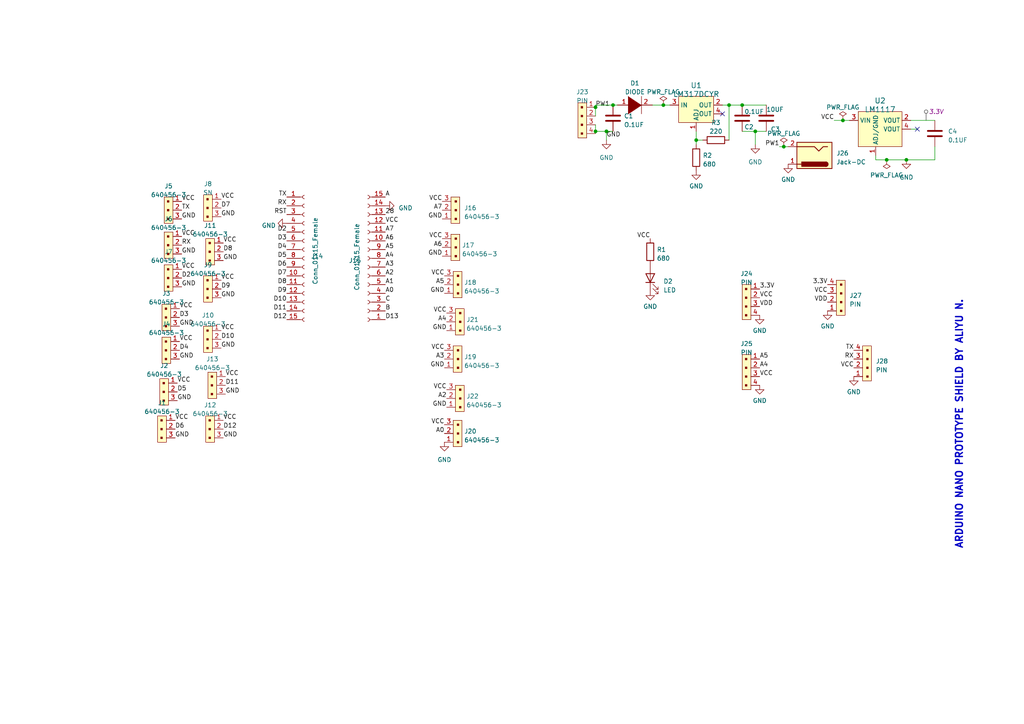
<source format=kicad_sch>
(kicad_sch (version 20220126) (generator eeschema)
  (paper "A4")
  (lib_symbols
    (symbol "Connector:Conn_01x15_Female" (pin_names (offset 1.016) hide)
      (property "Reference" "J" (at 0 20.32 0))
      (property "Value" "Conn_01x15_Female" (at 0 -20.32 0))
      (symbol "Conn_01x15_Female_1_1"
        (arc (start 0 -17.272) (mid -0.508 -17.78) (end 0 -18.288) (stroke (width 0.1524)))
        (arc (start 0 -14.732) (mid -0.508 -15.24) (end 0 -15.748) (stroke (width 0.1524)))
        (arc (start 0 -12.192) (mid -0.508 -12.7) (end 0 -13.208) (stroke (width 0.1524)))
        (arc (start 0 -9.652) (mid -0.508 -10.16) (end 0 -10.668) (stroke (width 0.1524)))
        (arc (start 0 -7.112) (mid -0.508 -7.62) (end 0 -8.128) (stroke (width 0.1524)))
        (arc (start 0 -4.572) (mid -0.508 -5.08) (end 0 -5.588) (stroke (width 0.1524)))
        (arc (start 0 -2.032) (mid -0.508 -2.54) (end 0 -3.048) (stroke (width 0.1524)))
        (polyline (pts (xy -1.27 -17.78) (xy -0.508 -17.78)) (stroke (width 0.1524)))
        (polyline (pts (xy -1.27 -15.24) (xy -0.508 -15.24)) (stroke (width 0.1524)))
        (polyline (pts (xy -1.27 -12.7) (xy -0.508 -12.7)) (stroke (width 0.1524)))
        (polyline (pts (xy -1.27 -10.16) (xy -0.508 -10.16)) (stroke (width 0.1524)))
        (polyline (pts (xy -1.27 -7.62) (xy -0.508 -7.62)) (stroke (width 0.1524)))
        (polyline (pts (xy -1.27 -5.08) (xy -0.508 -5.08)) (stroke (width 0.1524)))
        (polyline (pts (xy -1.27 -2.54) (xy -0.508 -2.54)) (stroke (width 0.1524)))
        (polyline (pts (xy -1.27 0) (xy -0.508 0)) (stroke (width 0.1524)))
        (polyline (pts (xy -1.27 2.54) (xy -0.508 2.54)) (stroke (width 0.1524)))
        (polyline (pts (xy -1.27 5.08) (xy -0.508 5.08)) (stroke (width 0.1524)))
        (polyline (pts (xy -1.27 7.62) (xy -0.508 7.62)) (stroke (width 0.1524)))
        (polyline (pts (xy -1.27 10.16) (xy -0.508 10.16)) (stroke (width 0.1524)))
        (polyline (pts (xy -1.27 12.7) (xy -0.508 12.7)) (stroke (width 0.1524)))
        (polyline (pts (xy -1.27 15.24) (xy -0.508 15.24)) (stroke (width 0.1524)))
        (polyline (pts (xy -1.27 17.78) (xy -0.508 17.78)) (stroke (width 0.1524)))
        (arc (start 0 0.508) (mid -0.508 0) (end 0 -0.508) (stroke (width 0.1524)))
        (arc (start 0 3.048) (mid -0.508 2.54) (end 0 2.032) (stroke (width 0.1524)))
        (arc (start 0 5.588) (mid -0.508 5.08) (end 0 4.572) (stroke (width 0.1524)))
        (arc (start 0 8.128) (mid -0.508 7.62) (end 0 7.112) (stroke (width 0.1524)))
        (arc (start 0 10.668) (mid -0.508 10.16) (end 0 9.652) (stroke (width 0.1524)))
        (arc (start 0 13.208) (mid -0.508 12.7) (end 0 12.192) (stroke (width 0.1524)))
        (arc (start 0 15.748) (mid -0.508 15.24) (end 0 14.732) (stroke (width 0.1524)))
        (arc (start 0 18.288) (mid -0.508 17.78) (end 0 17.272) (stroke (width 0.1524)))
        (pin passive line (at -5.08 17.78 0) (length 3.81) (name "Pin_1") (number "1"))
        (pin passive line (at -5.08 -5.08 0) (length 3.81) (name "Pin_10") (number "10"))
        (pin passive line (at -5.08 -7.62 0) (length 3.81) (name "Pin_11") (number "11"))
        (pin passive line (at -5.08 -10.16 0) (length 3.81) (name "Pin_12") (number "12"))
        (pin passive line (at -5.08 -12.7 0) (length 3.81) (name "Pin_13") (number "13"))
        (pin passive line (at -5.08 -15.24 0) (length 3.81) (name "Pin_14") (number "14"))
        (pin passive line (at -5.08 -17.78 0) (length 3.81) (name "Pin_15") (number "15"))
        (pin passive line (at -5.08 15.24 0) (length 3.81) (name "Pin_2") (number "2"))
        (pin passive line (at -5.08 12.7 0) (length 3.81) (name "Pin_3") (number "3"))
        (pin passive line (at -5.08 10.16 0) (length 3.81) (name "Pin_4") (number "4"))
        (pin passive line (at -5.08 7.62 0) (length 3.81) (name "Pin_5") (number "5"))
        (pin passive line (at -5.08 5.08 0) (length 3.81) (name "Pin_6") (number "6"))
        (pin passive line (at -5.08 2.54 0) (length 3.81) (name "Pin_7") (number "7"))
        (pin passive line (at -5.08 0 0) (length 3.81) (name "Pin_8") (number "8"))
        (pin passive line (at -5.08 -2.54 0) (length 3.81) (name "Pin_9") (number "9"))
      )
    )
    (symbol "Connector:Jack-DC" (pin_names (offset 1.016))
      (property "Reference" "J" (at 0 5.334 0))
      (property "Value" "Jack-DC" (at 0 -5.08 0))
      (symbol "Jack-DC_0_1"
        (rectangle (start -5.08 3.81) (end 5.08 -3.81) (stroke (width 0.254)) (fill (type background)))
        (arc (start -3.302 3.175) (mid -3.937 2.54) (end -3.302 1.905) (stroke (width 0.254)))
        (arc (start -3.302 3.175) (mid -3.937 2.54) (end -3.302 1.905) (stroke (width 0.254)) (fill (type outline)))
        (polyline (pts (xy 5.08 2.54) (xy 3.81 2.54)) (stroke (width 0.254)))
        (polyline (pts (xy -3.81 -2.54) (xy -2.54 -2.54) (xy -1.27 -1.27) (xy 0 -2.54) (xy 2.54 -2.54) (xy 5.08 -2.54)) (stroke (width 0.254)))
        (rectangle (start 3.683 3.175) (end -3.302 1.905) (stroke (width 0.254)) (fill (type outline)))
      )
      (symbol "Jack-DC_1_1"
        (pin passive line (at 7.62 2.54 180) (length 2.54) (name "~") (number "1"))
        (pin passive line (at 7.62 -2.54 180) (length 2.54) (name "~") (number "2"))
      )
    )
    (symbol "Device:C" (pin_numbers hide) (pin_names (offset 0.254))
      (property "Reference" "C" (at 0.635 2.54 0))
      (property "Value" "C" (at 0.635 -2.54 0))
      (symbol "C_0_1"
        (polyline (pts (xy -2.032 -0.762) (xy 2.032 -0.762)) (stroke (width 0.508)))
        (polyline (pts (xy -2.032 0.762) (xy 2.032 0.762)) (stroke (width 0.508)))
      )
      (symbol "C_1_1"
        (pin passive line (at 0 3.81 270) (length 2.794) (name "~") (number "1"))
        (pin passive line (at 0 -3.81 90) (length 2.794) (name "~") (number "2"))
      )
    )
    (symbol "Device:LED" (pin_numbers hide) (pin_names (offset 1.016) hide)
      (property "Reference" "D" (at 0 2.54 0))
      (property "Value" "LED" (at 0 -2.54 0))
      (symbol "LED_0_1"
        (polyline (pts (xy -1.27 -1.27) (xy -1.27 1.27)) (stroke (width 0.254)))
        (polyline (pts (xy -1.27 0) (xy 1.27 0)))
        (polyline (pts (xy 1.27 -1.27) (xy 1.27 1.27) (xy -1.27 0) (xy 1.27 -1.27)) (stroke (width 0.254)))
        (polyline (pts (xy -3.048 -0.762) (xy -4.572 -2.286) (xy -3.81 -2.286) (xy -4.572 -2.286) (xy -4.572 -1.524)))
        (polyline (pts (xy -1.778 -0.762) (xy -3.302 -2.286) (xy -2.54 -2.286) (xy -3.302 -2.286) (xy -3.302 -1.524)))
      )
      (symbol "LED_1_1"
        (pin passive line (at -3.81 0 0) (length 2.54) (name "K") (number "1"))
        (pin passive line (at 3.81 0 180) (length 2.54) (name "A") (number "2"))
      )
    )
    (symbol "Device:R" (pin_numbers hide) (pin_names (offset 0))
      (property "Reference" "R" (at 2.032 0 90))
      (property "Value" "R" (at 0 0 90))
      (symbol "R_0_1"
        (rectangle (start -1.016 -2.54) (end 1.016 2.54) (stroke (width 0.254)))
      )
      (symbol "R_1_1"
        (pin passive line (at 0 3.81 270) (length 1.27) (name "~") (number "1"))
        (pin passive line (at 0 -3.81 90) (length 1.27) (name "~") (number "2"))
      )
    )
    (symbol "dk_PMIC-Voltage-Regulators-Linear:LM1117MPX-3_3_NOPB"
      (property "Reference" "U" (at -7.6962 3.4544 0))
      (property "Value" "LM1117MPX-3_3_NOPB" (at -2.3622 -8.6868 0))
      (symbol "LM1117MPX-3_3_NOPB_0_1"
        (rectangle (start 5.08 2.54) (end -7.62 -7.62) (fill (type background)))
      )
      (symbol "LM1117MPX-3_3_NOPB_1_1"
        (pin power_in line (at -2.54 -10.16 90) (length 2.54) (name "ADJ/GND") (number "1"))
        (pin power_out line (at 7.62 0 180) (length 2.54) (name "VOUT") (number "2"))
        (pin power_in line (at -10.16 0 0) (length 2.54) (name "VIN") (number "3"))
        (pin power_out line (at 7.62 -2.54 180) (length 2.54) (name "VOUT") (number "4"))
      )
    )
    (symbol "dk_PMIC-Voltage-Regulators-Linear:LM317DCYR"
      (property "Reference" "U" (at 0 3.81 0))
      (property "Value" "LM317DCYR" (at 0 6.35 0))
      (symbol "LM317DCYR_0_1"
        (rectangle (start -5.08 2.54) (end 5.08 -5.08) (fill (type background)))
      )
      (symbol "LM317DCYR_1_1"
        (pin input line (at 0 -7.62 90) (length 2.54) (name "ADJ") (number "1"))
        (pin power_out line (at 7.62 0 180) (length 2.54) (name "OUT") (number "2"))
        (pin power_in line (at -7.62 0 0) (length 2.54) (name "IN") (number "3"))
        (pin power_out line (at 7.62 -2.54 180) (length 2.54) (name "OUT") (number "4"))
      )
    )
    (symbol "dk_Rectangular-Connectors-Headers-Male-Pins:640456-3" (pin_names (offset 1.016))
      (property "Reference" "J" (at -2.54 1.27 0))
      (property "Value" "640456-3" (at 2.54 -3.81 0))
      (symbol "640456-3_1_1"
        (rectangle (start -1.27 0) (end 6.35 -2.54) (fill (type background)))
        (rectangle (start -0.254 -1.143) (end 0.254 -1.651) (fill (type outline)))
        (rectangle (start 2.286 -1.143) (end 2.794 -1.651) (fill (type outline)))
        (rectangle (start 4.826 -1.143) (end 5.334 -1.651) (fill (type outline)))
        (pin passive line (at 0 2.54 270) (length 2.54) (name "~") (number "1"))
        (pin passive line (at 2.54 2.54 270) (length 2.54) (name "~") (number "2"))
        (pin passive line (at 5.08 2.54 270) (length 2.54) (name "~") (number "3"))
      )
    )
    (symbol "dk_Rectangular-Connectors-Headers-Male-Pins:B4B-XH-A_LF__SN_" (pin_names (offset 1.016))
      (property "Reference" "J" (at -2.54 -1.27 0))
      (property "Value" "B4B-XH-A_LF__SN_" (at 3.81 -3.81 0))
      (symbol "B4B-XH-A_LF__SN__1_1"
        (rectangle (start -1.27 0) (end 8.89 -2.54) (fill (type background)))
        (rectangle (start -0.254 -1.143) (end 0.254 -1.651) (fill (type outline)))
        (rectangle (start 2.286 -1.143) (end 2.794 -1.651) (fill (type outline)))
        (rectangle (start 4.826 -1.143) (end 5.334 -1.651) (fill (type outline)))
        (rectangle (start 7.366 -1.143) (end 7.874 -1.651) (fill (type outline)))
        (pin passive line (at 0 2.54 270) (length 2.54) (name "~") (number "1"))
        (pin passive line (at 2.54 2.54 270) (length 2.54) (name "~") (number "2"))
        (pin passive line (at 5.08 2.54 270) (length 2.54) (name "~") (number "3"))
        (pin passive line (at 7.62 2.54 270) (length 2.54) (name "~") (number "4"))
      )
    )
    (symbol "power:GND" (power) (pin_names (offset 0))
      (property "Value" "GND" (at 0 -3.81 0))
      (symbol "GND_0_1"
        (polyline (pts (xy 0 0) (xy 0 -1.27) (xy 1.27 -1.27) (xy 0 -2.54) (xy -1.27 -1.27) (xy 0 -1.27)))
      )
      (symbol "GND_1_1"
        (pin power_in line (at 0 0 270) (length 0) hide (name "GND") (number "1"))
      )
    )
    (symbol "power:PWR_FLAG" (power) (pin_numbers hide) (pin_names (offset 0) hide)
      (property "Value" "PWR_FLAG" (at 0 3.81 0))
      (symbol "PWR_FLAG_0_0"
        (pin power_out line (at 0 0 90) (length 0) (name "pwr") (number "1"))
      )
      (symbol "PWR_FLAG_0_1"
        (polyline (pts (xy 0 0) (xy 0 1.27) (xy -1.016 1.905) (xy 0 2.54) (xy 1.016 1.905) (xy 0 1.27)))
      )
    )
    (symbol "pspice:DIODE" (pin_names (offset 1.016) hide)
      (property "Reference" "D" (at 0 3.81 0))
      (property "Value" "DIODE" (at 0 -4.445 0))
      (symbol "DIODE_0_1"
        (polyline (pts (xy 1.905 2.54) (xy 1.905 -2.54)))
        (polyline (pts (xy -1.905 2.54) (xy -1.905 -2.54) (xy 1.905 0)) (fill (type outline)))
      )
      (symbol "DIODE_1_1"
        (pin input line (at -5.08 0 0) (length 3.81) (name "K") (number "1"))
        (pin input line (at 5.08 0 180) (length 3.81) (name "A") (number "2"))
      )
    )
  )
  (junction (at 215.265 30.48))
  (junction (at 227.33 42.545))
  (junction (at 177.8 30.48))
  (junction (at 211.455 30.48))
  (junction (at 257.175 46.355))
  (junction (at 201.93 40.64))
  (junction (at 219.075 38.1))
  (junction (at 172.72 31.115))
  (junction (at 262.89 46.355))
  (junction (at 175.895 38.1))
  (junction (at 192.405 30.48))
  (junction (at 172.72 38.1))
  (junction (at 244.475 34.925))
  (no_connect (at 266.065 37.465))
  (no_connect (at 209.55 33.02))
  (wire (pts (xy 241.935 34.925) (xy 244.475 34.925)))
  (wire (pts (xy 201.93 40.64) (xy 203.835 40.64)))
  (wire (pts (xy 172.72 31.115) (xy 172.72 33.655)))
  (wire (pts (xy 264.16 34.925) (xy 271.145 34.925)))
  (wire (pts (xy 172.72 38.1) (xy 175.895 38.1)))
  (wire (pts (xy 177.8 30.48) (xy 172.72 30.48)))
  (wire (pts (xy 175.895 40.64) (xy 175.895 38.1)))
  (wire (pts (xy 172.72 38.1) (xy 172.72 38.735)))
  (wire (pts (xy 227.33 42.545) (xy 228.6 42.545)))
  (wire (pts (xy 271.145 42.545) (xy 271.145 46.355)))
  (wire (pts (xy 201.93 38.1) (xy 201.93 40.64)))
  (wire (pts (xy 172.72 36.195) (xy 172.72 38.1)))
  (wire (pts (xy 209.55 30.48) (xy 211.455 30.48)))
  (wire (pts (xy 192.405 30.48) (xy 194.31 30.48)))
  (wire (pts (xy 271.145 46.355) (xy 262.89 46.355)))
  (wire (pts (xy 226.06 42.545) (xy 227.33 42.545)))
  (wire (pts (xy 264.16 37.465) (xy 266.065 37.465)))
  (wire (pts (xy 219.075 38.1) (xy 222.25 38.1)))
  (wire (pts (xy 211.455 30.48) (xy 215.265 30.48)))
  (wire (pts (xy 179.07 30.48) (xy 177.8 30.48)))
  (wire (pts (xy 262.89 46.355) (xy 257.175 46.355)))
  (wire (pts (xy 219.075 41.91) (xy 219.075 38.1)))
  (wire (pts (xy 201.93 40.64) (xy 201.93 41.91)))
  (wire (pts (xy 257.175 46.355) (xy 254 46.355)))
  (wire (pts (xy 215.265 30.48) (xy 222.25 30.48)))
  (wire (pts (xy 211.455 30.48) (xy 211.455 40.64)))
  (wire (pts (xy 189.23 30.48) (xy 192.405 30.48)))
  (wire (pts (xy 244.475 34.925) (xy 246.38 34.925)))
  (wire (pts (xy 175.895 38.1) (xy 177.8 38.1)))
  (wire (pts (xy 254 46.355) (xy 254 45.085)))
  (wire (pts (xy 215.265 38.1) (xy 219.075 38.1)))
  (wire (pts (xy 172.72 30.48) (xy 172.72 31.115)))
  (text "ARDUINO NANO PROTOTYPE SHIELD BY ALIYU N." (at 279.4 159.385 90) (effects (font (size 2 2) (thickness 0.4) bold) (justify left bottom)))
  (label "A2" (at 111.76 80.01 0))
  (label "VCC" (at 220.345 109.22 0))
  (label "A6" (at 111.76 69.85 0))
  (label "D11" (at 65.405 111.76 0))
  (label "VCC" (at 247.65 106.68 0))
  (label "VCC" (at 129.54 90.805 0))
  (label "D4" (at 83.185 72.39 0))
  (label "D10" (at 83.185 87.63 0))
  (label "GND" (at 128.27 63.5 0))
  (label "A7" (at 128.27 60.96 0))
  (label "VDD" (at 220.345 88.9 0))
  (label "VCC" (at 64.135 95.885 0))
  (label "VCC" (at 50.8 121.92 0))
  (label "VCC" (at 128.905 101.6 0))
  (label "GND" (at 52.07 94.615 0))
  (label "A" (at 111.76 57.15 0))
  (label "GND" (at 50.8 127 0))
  (label "GND" (at 64.77 75.565 0))
  (label "VCC" (at 64.135 57.785 0))
  (label "A7" (at 111.76 67.31 0))
  (label "D2" (at 83.185 67.31 0))
  (label "3.3V" (at 240.03 82.55 0))
  (label "GND" (at 129.54 118.11 0))
  (label "VCC" (at 52.07 89.535 0))
  (label "VCC" (at 52.705 78.105 0))
  (label "D9" (at 83.185 85.09 0))
  (label "C" (at 111.76 87.63 0))
  (label "D12" (at 64.77 124.46 0))
  (label "VDD" (at 240.03 87.63 0))
  (label "VCC" (at 52.07 99.06 0))
  (label "GND" (at 64.135 62.865 0))
  (label "VCC" (at 128.27 58.42 0))
  (label "VCC" (at 128.27 69.215 0))
  (label "VCC" (at 65.405 109.22 0))
  (label "D5" (at 83.185 74.93 0))
  (label "D13" (at 111.76 92.71 0))
  (label "D9" (at 64.135 83.82 0))
  (label "VCC" (at 128.905 80.01 0))
  (label "TX" (at 247.65 101.6 0))
  (label "D6" (at 50.8 124.46 0))
  (label "VCC" (at 52.705 68.58 0))
  (label "GND" (at 52.705 63.5 0))
  (label "D5" (at 51.435 113.665 0))
  (label "28" (at 111.76 62.23 0))
  (label "A4" (at 129.54 93.345 0))
  (label "A4" (at 111.76 74.93 0))
  (label "GND" (at 64.77 127 0))
  (label "GND" (at 64.135 86.36 0))
  (label "D2" (at 52.705 80.645 0))
  (label "RX" (at 247.65 104.14 0))
  (label "VCC" (at 51.435 111.125 0))
  (label "A3" (at 111.76 77.47 0))
  (label "D11" (at 83.185 90.17 0))
  (label "GND" (at 51.435 116.205 0))
  (label "3.3V" (at 220.345 83.82 0))
  (label "VCC" (at 64.77 121.92 0))
  (label "VCC" (at 111.76 64.77 0))
  (label "D10" (at 64.135 98.425 0))
  (label "A5" (at 220.345 104.14 0))
  (label "A0" (at 111.76 85.09 0))
  (label "VCC" (at 240.03 85.09 0))
  (label "A5" (at 111.76 72.39 0))
  (label "PW1" (at 226.06 42.545 0))
  (label "VCC" (at 241.935 34.925 0))
  (label "D7" (at 83.185 80.01 0))
  (label "GND" (at 65.405 114.3 0))
  (label "VCC" (at 188.595 69.215 0))
  (label "RX" (at 83.185 59.69 0))
  (label "D12" (at 83.185 92.71 0))
  (label "GND" (at 128.905 106.68 0))
  (label "PW1" (at 172.72 31.115 0))
  (label "GND" (at 175.895 40.005 0))
  (label "VCC" (at 128.905 123.19 0))
  (label "A5" (at 128.905 82.55 0))
  (label "GND" (at 52.705 83.185 0))
  (label "GND" (at 128.27 74.295 0))
  (label "GND" (at 128.905 85.09 0))
  (label "RX" (at 52.705 71.12 0))
  (label "A0" (at 128.905 125.73 0))
  (label "A1" (at 111.76 82.55 0))
  (label "B" (at 111.76 90.17 0))
  (label "GND" (at 129.54 95.885 0))
  (label "VCC" (at 220.345 86.36 0))
  (label "GND" (at 52.07 104.14 0))
  (label "D6" (at 83.185 77.47 0))
  (label "D3" (at 52.07 92.075 0))
  (label "TX" (at 83.185 57.15 0))
  (label "VCC" (at 129.54 113.03 0))
  (label "D8" (at 64.77 73.025 0))
  (label "A4" (at 220.345 106.68 0))
  (label "D3" (at 83.185 69.85 0))
  (label "A2" (at 129.54 115.57 0))
  (label "VCC" (at 52.705 58.42 0))
  (label "A6" (at 128.27 71.755 0))
  (label "D7" (at 64.135 60.325 0))
  (label "GND" (at 64.135 100.965 0))
  (label "VCC" (at 64.77 70.485 0))
  (label "D4" (at 52.07 101.6 0))
  (label "D8" (at 83.185 82.55 0))
  (label "VCC" (at 64.135 81.28 0))
  (label "GND" (at 52.705 73.66 0))
  (label "RST" (at 83.185 62.23 0))
  (label "A3" (at 128.905 104.14 0))
  (label "TX" (at 52.705 60.96 0))
  (netclass_flag "" (length 2.54) (shape round) (at 268.605 34.925 0) (property "Netclass" "3.3V" (at 269.3988 32.385 0) (effects (font italic) (justify left))))
  (symbol (lib_id "Device:R") (at 188.595 73.025 0) (unit 1)
    (property "Reference" "R1" (at 190.5 72.39 0) (effects (justify left)))
    (property "Value" "680" (at 190.5 74.93 0) (effects (justify left)))
    (property "Footprint" "Resistor_SMD:R_0603_1608Metric_Pad0.98x0.95mm_HandSolder" (effects hide))
  )
  (symbol (lib_id "dk_Rectangular-Connectors-Headers-Male-Pins:640456-3") (at 61.595 57.785 270) (unit 1)
    (property "Reference" "J8" (at 60.325 53.34 90))
    (property "Value" "SN" (at 60.325 55.88 90))
    (property "Footprint" "Connector:FanPinHeader_1x03_P2.54mm_Vertical" (effects hide))
    (property "Datasheet" "https://www.te.com/commerce/DocumentDelivery/DDEController?Action=srchrtrv&DocNm=640456&DocType=Customer+Drawing&DocLang=English" (effects hide))
    (property "Digi-Key_PN" "A19470-ND" (effects hide))
    (property "MPN" "640456-3" (effects hide))
    (property "Category" "Connectors, Interconnects" (effects hide))
    (property "Family" "Rectangular Connectors - Headers, Male Pins" (effects hide))
    (property "DK_Datasheet_Link" "https://www.te.com/commerce/DocumentDelivery/DDEController?Action=srchrtrv&DocNm=640456&DocType=Customer+Drawing&DocLang=English" (effects hide))
    (property "DK_Detail_Page" "/product-detail/en/te-connectivity-amp-connectors/640456-3/A19470-ND/259010" (effects hide))
    (property "Description" "CONN HEADER VERT 3POS 2.54MM" (effects hide))
    (property "Manufacturer" "TE Connectivity AMP Connectors" (effects hide))
    (property "Status" "Active" (effects hide))
  )
  (symbol (lib_id "power:GND") (at 128.905 128.27 0) (unit 1)
    (property "Reference" "#PWR0101" (effects hide))
    (property "Value" "GND" (at 128.905 133.35 0))
  )
  (symbol (lib_id "power:GND") (at 175.895 40.64 0) (unit 1)
    (property "Reference" "#PWR03" (effects hide))
    (property "Value" "GND" (at 175.895 45.72 0))
  )
  (symbol (lib_id "dk_Rectangular-Connectors-Headers-Male-Pins:640456-3") (at 62.23 70.485 270) (unit 1)
    (property "Reference" "J11" (at 60.96 65.405 90))
    (property "Value" "640456-3" (at 60.96 67.945 90))
    (property "Footprint" "Connector:FanPinHeader_1x03_P2.54mm_Vertical" (effects hide))
    (property "Datasheet" "https://www.te.com/commerce/DocumentDelivery/DDEController?Action=srchrtrv&DocNm=640456&DocType=Customer+Drawing&DocLang=English" (effects hide))
    (property "Digi-Key_PN" "A19470-ND" (effects hide))
    (property "MPN" "640456-3" (effects hide))
    (property "Category" "Connectors, Interconnects" (effects hide))
    (property "Family" "Rectangular Connectors - Headers, Male Pins" (effects hide))
    (property "DK_Datasheet_Link" "https://www.te.com/commerce/DocumentDelivery/DDEController?Action=srchrtrv&DocNm=640456&DocType=Customer+Drawing&DocLang=English" (effects hide))
    (property "DK_Detail_Page" "/product-detail/en/te-connectivity-amp-connectors/640456-3/A19470-ND/259010" (effects hide))
    (property "Description" "CONN HEADER VERT 3POS 2.54MM" (effects hide))
    (property "Manufacturer" "TE Connectivity AMP Connectors" (effects hide))
    (property "Status" "Active" (effects hide))
  )
  (symbol (lib_id "Connector:Jack-DC") (at 236.22 45.085 180) (unit 1)
    (property "Reference" "J26" (at 242.57 44.45 0) (effects (justify right)))
    (property "Value" "Jack-DC" (at 242.57 46.99 0) (effects (justify right)))
    (property "Footprint" "Connector_BarrelJack:BarrelJack_GCT_DCJ200-10-A_Horizontal" (effects hide))
  )
  (symbol (lib_id "power:PWR_FLAG") (at 192.405 30.48 0) (unit 1)
    (property "Reference" "#FLG0104" (effects hide))
    (property "Value" "PWR_FLAG" (at 192.405 26.67 0))
  )
  (symbol (lib_id "dk_Rectangular-Connectors-Headers-Male-Pins:640456-3") (at 50.165 68.58 270) (unit 1)
    (property "Reference" "J6" (at 48.895 63.5 90))
    (property "Value" "640456-3" (at 48.895 66.04 90))
    (property "Footprint" "Connector:FanPinHeader_1x03_P2.54mm_Vertical" (effects hide))
    (property "Datasheet" "https://www.te.com/commerce/DocumentDelivery/DDEController?Action=srchrtrv&DocNm=640456&DocType=Customer+Drawing&DocLang=English" (effects hide))
    (property "Digi-Key_PN" "A19470-ND" (effects hide))
    (property "MPN" "640456-3" (effects hide))
    (property "Category" "Connectors, Interconnects" (effects hide))
    (property "Family" "Rectangular Connectors - Headers, Male Pins" (effects hide))
    (property "DK_Datasheet_Link" "https://www.te.com/commerce/DocumentDelivery/DDEController?Action=srchrtrv&DocNm=640456&DocType=Customer+Drawing&DocLang=English" (effects hide))
    (property "DK_Detail_Page" "/product-detail/en/te-connectivity-amp-connectors/640456-3/A19470-ND/259010" (effects hide))
    (property "Description" "CONN HEADER VERT 3POS 2.54MM" (effects hide))
    (property "Manufacturer" "TE Connectivity AMP Connectors" (effects hide))
    (property "Status" "Active" (effects hide))
  )
  (symbol (lib_id "dk_Rectangular-Connectors-Headers-Male-Pins:B4B-XH-A_LF__SN_") (at 217.805 104.14 270) (unit 1)
    (property "Reference" "J25" (at 216.535 99.695 90))
    (property "Value" "PIN" (at 216.535 102.235 90))
    (property "Footprint" "digikey-footprints:PinHeader_1x4_P2.5mm_Drill1.1mm" (effects hide))
    (property "Datasheet" "http://www.jst-mfg.com/product/pdf/eng/eXH.pdf" (effects hide))
    (property "Digi-Key_PN" "455-2249-ND" (effects hide))
    (property "MPN" "B4B-XH-A(LF)(SN)" (effects hide))
    (property "Category" "Connectors, Interconnects" (effects hide))
    (property "Family" "Rectangular Connectors - Headers, Male Pins" (effects hide))
    (property "DK_Datasheet_Link" "http://www.jst-mfg.com/product/pdf/eng/eXH.pdf" (effects hide))
    (property "DK_Detail_Page" "/product-detail/en/jst-sales-america-inc/B4B-XH-A(LF)(SN)/455-2249-ND/1651047" (effects hide))
    (property "Description" "CONN HEADER VERT 4POS 2.5MM" (effects hide))
    (property "Manufacturer" "JST Sales America Inc." (effects hide))
    (property "Status" "Active" (effects hide))
  )
  (symbol (lib_id "Device:R") (at 207.645 40.64 90) (unit 1)
    (property "Reference" "R3" (at 207.645 35.56 90))
    (property "Value" "220" (at 207.645 38.1 90))
    (property "Footprint" "Resistor_SMD:R_0603_1608Metric_Pad0.98x0.95mm_HandSolder" (effects hide))
  )
  (symbol (lib_id "power:GND") (at 247.65 109.22 0) (unit 1)
    (property "Reference" "#PWR011" (effects hide))
    (property "Value" "GND" (at 247.65 113.665 0))
  )
  (symbol (lib_id "dk_Rectangular-Connectors-Headers-Male-Pins:B4B-XH-A_LF__SN_") (at 250.19 109.22 90) (unit 1)
    (property "Reference" "J28" (at 254 104.775 90) (effects (justify right)))
    (property "Value" "PIN" (at 254 107.315 90) (effects (justify right)))
    (property "Footprint" "digikey-footprints:PinHeader_1x4_P2.5mm_Drill1.1mm" (effects hide))
    (property "Datasheet" "http://www.jst-mfg.com/product/pdf/eng/eXH.pdf" (effects hide))
    (property "Digi-Key_PN" "455-2249-ND" (effects hide))
    (property "MPN" "B4B-XH-A(LF)(SN)" (effects hide))
    (property "Category" "Connectors, Interconnects" (effects hide))
    (property "Family" "Rectangular Connectors - Headers, Male Pins" (effects hide))
    (property "DK_Datasheet_Link" "http://www.jst-mfg.com/product/pdf/eng/eXH.pdf" (effects hide))
    (property "DK_Detail_Page" "/product-detail/en/jst-sales-america-inc/B4B-XH-A(LF)(SN)/455-2249-ND/1651047" (effects hide))
    (property "Description" "CONN HEADER VERT 4POS 2.5MM" (effects hide))
    (property "Manufacturer" "JST Sales America Inc." (effects hide))
    (property "Status" "Active" (effects hide))
  )
  (symbol (lib_id "Device:C") (at 222.25 34.29 0) (unit 1)
    (property "Reference" "C3" (at 223.52 37.465 0) (effects (justify left)))
    (property "Value" "10UF" (at 222.25 31.75 0) (effects (justify left)))
    (property "Footprint" "Capacitor_SMD:C_0603_1608Metric_Pad1.08x0.95mm_HandSolder" (effects hide))
  )
  (symbol (lib_id "power:GND") (at 262.89 46.355 0) (unit 1)
    (property "Reference" "#PWR012" (effects hide))
    (property "Value" "GND" (at 262.89 51.435 0))
  )
  (symbol (lib_id "dk_Rectangular-Connectors-Headers-Male-Pins:640456-3") (at 50.165 58.42 270) (unit 1)
    (property "Reference" "J5" (at 48.895 53.975 90))
    (property "Value" "640456-3" (at 48.895 56.515 90))
    (property "Footprint" "Connector:FanPinHeader_1x03_P2.54mm_Vertical" (effects hide))
    (property "Datasheet" "https://www.te.com/commerce/DocumentDelivery/DDEController?Action=srchrtrv&DocNm=640456&DocType=Customer+Drawing&DocLang=English" (effects hide))
    (property "Digi-Key_PN" "A19470-ND" (effects hide))
    (property "MPN" "640456-3" (effects hide))
    (property "Category" "Connectors, Interconnects" (effects hide))
    (property "Family" "Rectangular Connectors - Headers, Male Pins" (effects hide))
    (property "DK_Datasheet_Link" "https://www.te.com/commerce/DocumentDelivery/DDEController?Action=srchrtrv&DocNm=640456&DocType=Customer+Drawing&DocLang=English" (effects hide))
    (property "DK_Detail_Page" "/product-detail/en/te-connectivity-amp-connectors/640456-3/A19470-ND/259010" (effects hide))
    (property "Description" "CONN HEADER VERT 3POS 2.54MM" (effects hide))
    (property "Manufacturer" "TE Connectivity AMP Connectors" (effects hide))
    (property "Status" "Active" (effects hide))
  )
  (symbol (lib_id "power:PWR_FLAG") (at 257.175 46.355 180) (unit 1)
    (property "Reference" "#FLG0103" (effects hide))
    (property "Value" "PWR_FLAG" (at 257.175 50.8 0))
  )
  (symbol (lib_id "Connector:Conn_01x15_Female") (at 106.68 74.93 180) (unit 1)
    (property "Reference" "J15" (at 104.775 75.565 0) (effects (justify left)))
    (property "Value" "Conn_01x15_Female" (at 103.505 64.77 90) (effects (justify left)))
    (property "Footprint" "Connector_PinHeader_2.54mm:PinHeader_1x15_P2.54mm_Vertical" (effects hide))
  )
  (symbol (lib_id "power:GND") (at 228.6 47.625 0) (unit 1)
    (property "Reference" "#PWR09" (effects hide))
    (property "Value" "GND" (at 228.6 52.07 0))
  )
  (symbol (lib_id "power:GND") (at 240.03 90.17 0) (unit 1)
    (property "Reference" "#PWR010" (effects hide))
    (property "Value" "GND" (at 240.03 94.615 0))
  )
  (symbol (lib_id "Device:LED") (at 188.595 80.645 90) (unit 1)
    (property "Reference" "D2" (at 192.405 81.5975 90) (effects (justify right)))
    (property "Value" "LED" (at 192.405 84.1375 90) (effects (justify right)))
    (property "Footprint" "LED_THT:LED_D3.0mm" (effects hide))
  )
  (symbol (lib_id "dk_PMIC-Voltage-Regulators-Linear:LM317DCYR") (at 201.93 30.48 0) (unit 1)
    (property "Reference" "U1" (at 201.93 24.765 0) (effects (font (size 1.524 1.524))))
    (property "Value" "LM317DCYR" (at 201.93 27.305 0) (effects (font (size 1.524 1.524))))
    (property "Footprint" "digikey-footprints:SOT-223-4" (effects hide))
    (property "Datasheet" "http://www.ti.com/general/docs/suppproductinfo.tsp?distId=10&gotoUrl=http%3A%2F%2Fwww.ti.com%2Flit%2Fgpn%2Flm317" (effects hide))
    (property "Digi-Key_PN" "296-12602-1-ND" (effects hide))
    (property "MPN" "LM317DCYR" (effects hide))
    (property "Category" "Integrated Circuits (ICs)" (effects hide))
    (property "Family" "PMIC - Voltage Regulators - Linear" (effects hide))
    (property "DK_Datasheet_Link" "http://www.ti.com/general/docs/suppproductinfo.tsp?distId=10&gotoUrl=http%3A%2F%2Fwww.ti.com%2Flit%2Fgpn%2Flm317" (effects hide))
    (property "DK_Detail_Page" "/product-detail/en/texas-instruments/LM317DCYR/296-12602-1-ND/443738" (effects hide))
    (property "Description" "IC REG LIN POS ADJ 1.5A SOT223-4" (effects hide))
    (property "Manufacturer" "Texas Instruments" (effects hide))
    (property "Status" "Active" (effects hide))
  )
  (symbol (lib_id "dk_Rectangular-Connectors-Headers-Male-Pins:640456-3") (at 48.26 121.92 270) (unit 1)
    (property "Reference" "J1" (at 46.99 116.84 90))
    (property "Value" "640456-3" (at 46.99 119.38 90))
    (property "Footprint" "Connector:FanPinHeader_1x03_P2.54mm_Vertical" (effects hide))
    (property "Datasheet" "https://www.te.com/commerce/DocumentDelivery/DDEController?Action=srchrtrv&DocNm=640456&DocType=Customer+Drawing&DocLang=English" (effects hide))
    (property "Digi-Key_PN" "A19470-ND" (effects hide))
    (property "MPN" "640456-3" (effects hide))
    (property "Category" "Connectors, Interconnects" (effects hide))
    (property "Family" "Rectangular Connectors - Headers, Male Pins" (effects hide))
    (property "DK_Datasheet_Link" "https://www.te.com/commerce/DocumentDelivery/DDEController?Action=srchrtrv&DocNm=640456&DocType=Customer+Drawing&DocLang=English" (effects hide))
    (property "DK_Detail_Page" "/product-detail/en/te-connectivity-amp-connectors/640456-3/A19470-ND/259010" (effects hide))
    (property "Description" "CONN HEADER VERT 3POS 2.54MM" (effects hide))
    (property "Manufacturer" "TE Connectivity AMP Connectors" (effects hide))
    (property "Status" "Active" (effects hide))
  )
  (symbol (lib_id "dk_Rectangular-Connectors-Headers-Male-Pins:640456-3") (at 130.81 74.295 90) (unit 1)
    (property "Reference" "J17" (at 133.985 71.12 90) (effects (justify right)))
    (property "Value" "640456-3" (at 133.985 73.66 90) (effects (justify right)))
    (property "Footprint" "Connector:FanPinHeader_1x03_P2.54mm_Vertical" (effects hide))
    (property "Datasheet" "https://www.te.com/commerce/DocumentDelivery/DDEController?Action=srchrtrv&DocNm=640456&DocType=Customer+Drawing&DocLang=English" (effects hide))
    (property "Digi-Key_PN" "A19470-ND" (effects hide))
    (property "MPN" "640456-3" (effects hide))
    (property "Category" "Connectors, Interconnects" (effects hide))
    (property "Family" "Rectangular Connectors - Headers, Male Pins" (effects hide))
    (property "DK_Datasheet_Link" "https://www.te.com/commerce/DocumentDelivery/DDEController?Action=srchrtrv&DocNm=640456&DocType=Customer+Drawing&DocLang=English" (effects hide))
    (property "DK_Detail_Page" "/product-detail/en/te-connectivity-amp-connectors/640456-3/A19470-ND/259010" (effects hide))
    (property "Description" "CONN HEADER VERT 3POS 2.54MM" (effects hide))
    (property "Manufacturer" "TE Connectivity AMP Connectors" (effects hide))
    (property "Status" "Active" (effects hide))
  )
  (symbol (lib_id "dk_Rectangular-Connectors-Headers-Male-Pins:640456-3") (at 48.895 111.125 270) (unit 1)
    (property "Reference" "J2" (at 47.625 106.045 90))
    (property "Value" "640456-3" (at 47.625 108.585 90))
    (property "Footprint" "Connector:FanPinHeader_1x03_P2.54mm_Vertical" (effects hide))
    (property "Datasheet" "https://www.te.com/commerce/DocumentDelivery/DDEController?Action=srchrtrv&DocNm=640456&DocType=Customer+Drawing&DocLang=English" (effects hide))
    (property "Digi-Key_PN" "A19470-ND" (effects hide))
    (property "MPN" "640456-3" (effects hide))
    (property "Category" "Connectors, Interconnects" (effects hide))
    (property "Family" "Rectangular Connectors - Headers, Male Pins" (effects hide))
    (property "DK_Datasheet_Link" "https://www.te.com/commerce/DocumentDelivery/DDEController?Action=srchrtrv&DocNm=640456&DocType=Customer+Drawing&DocLang=English" (effects hide))
    (property "DK_Detail_Page" "/product-detail/en/te-connectivity-amp-connectors/640456-3/A19470-ND/259010" (effects hide))
    (property "Description" "CONN HEADER VERT 3POS 2.54MM" (effects hide))
    (property "Manufacturer" "TE Connectivity AMP Connectors" (effects hide))
    (property "Status" "Active" (effects hide))
  )
  (symbol (lib_id "dk_Rectangular-Connectors-Headers-Male-Pins:640456-3") (at 62.23 121.92 270) (unit 1)
    (property "Reference" "J12" (at 60.96 117.475 90))
    (property "Value" "640456-3" (at 60.96 120.015 90))
    (property "Footprint" "Connector:FanPinHeader_1x03_P2.54mm_Vertical" (effects hide))
    (property "Datasheet" "https://www.te.com/commerce/DocumentDelivery/DDEController?Action=srchrtrv&DocNm=640456&DocType=Customer+Drawing&DocLang=English" (effects hide))
    (property "Digi-Key_PN" "A19470-ND" (effects hide))
    (property "MPN" "640456-3" (effects hide))
    (property "Category" "Connectors, Interconnects" (effects hide))
    (property "Family" "Rectangular Connectors - Headers, Male Pins" (effects hide))
    (property "DK_Datasheet_Link" "https://www.te.com/commerce/DocumentDelivery/DDEController?Action=srchrtrv&DocNm=640456&DocType=Customer+Drawing&DocLang=English" (effects hide))
    (property "DK_Detail_Page" "/product-detail/en/te-connectivity-amp-connectors/640456-3/A19470-ND/259010" (effects hide))
    (property "Description" "CONN HEADER VERT 3POS 2.54MM" (effects hide))
    (property "Manufacturer" "TE Connectivity AMP Connectors" (effects hide))
    (property "Status" "Active" (effects hide))
  )
  (symbol (lib_id "power:GND") (at 219.075 41.91 0) (unit 1)
    (property "Reference" "#PWR06" (effects hide))
    (property "Value" "GND" (at 219.075 46.99 0))
  )
  (symbol (lib_id "dk_Rectangular-Connectors-Headers-Male-Pins:640456-3") (at 132.08 118.11 90) (unit 1)
    (property "Reference" "J22" (at 135.255 114.935 90) (effects (justify right)))
    (property "Value" "640456-3" (at 135.255 117.475 90) (effects (justify right)))
    (property "Footprint" "Connector:FanPinHeader_1x03_P2.54mm_Vertical" (effects hide))
    (property "Datasheet" "https://www.te.com/commerce/DocumentDelivery/DDEController?Action=srchrtrv&DocNm=640456&DocType=Customer+Drawing&DocLang=English" (effects hide))
    (property "Digi-Key_PN" "A19470-ND" (effects hide))
    (property "MPN" "640456-3" (effects hide))
    (property "Category" "Connectors, Interconnects" (effects hide))
    (property "Family" "Rectangular Connectors - Headers, Male Pins" (effects hide))
    (property "DK_Datasheet_Link" "https://www.te.com/commerce/DocumentDelivery/DDEController?Action=srchrtrv&DocNm=640456&DocType=Customer+Drawing&DocLang=English" (effects hide))
    (property "DK_Detail_Page" "/product-detail/en/te-connectivity-amp-connectors/640456-3/A19470-ND/259010" (effects hide))
    (property "Description" "CONN HEADER VERT 3POS 2.54MM" (effects hide))
    (property "Manufacturer" "TE Connectivity AMP Connectors" (effects hide))
    (property "Status" "Active" (effects hide))
  )
  (symbol (lib_id "Device:C") (at 177.8 34.29 0) (unit 1)
    (property "Reference" "C1" (at 180.975 33.655 0) (effects (justify left)))
    (property "Value" "O.1UF" (at 180.975 36.195 0) (effects (justify left)))
    (property "Footprint" "Capacitor_SMD:C_0603_1608Metric_Pad1.08x0.95mm_HandSolder" (effects hide))
  )
  (symbol (lib_id "Connector:Conn_01x15_Female") (at 88.265 74.93 0) (unit 1)
    (property "Reference" "J14" (at 90.17 74.295 0) (effects (justify left)))
    (property "Value" "Conn_01x15_Female" (at 91.44 82.55 90) (effects (justify left)))
    (property "Footprint" "Connector_PinHeader_2.54mm:PinHeader_1x15_P2.54mm_Vertical" (effects hide))
  )
  (symbol (lib_id "power:PWR_FLAG") (at 244.475 34.925 0) (unit 1)
    (property "Reference" "#FLG0101" (effects hide))
    (property "Value" "PWR_FLAG" (at 244.475 31.115 0))
  )
  (symbol (lib_id "dk_Rectangular-Connectors-Headers-Male-Pins:B4B-XH-A_LF__SN_") (at 217.805 83.82 270) (unit 1)
    (property "Reference" "J24" (at 216.535 79.375 90))
    (property "Value" "PIN" (at 216.535 81.915 90))
    (property "Footprint" "digikey-footprints:PinHeader_1x4_P2.5mm_Drill1.1mm" (effects hide))
    (property "Datasheet" "http://www.jst-mfg.com/product/pdf/eng/eXH.pdf" (effects hide))
    (property "Digi-Key_PN" "455-2249-ND" (effects hide))
    (property "MPN" "B4B-XH-A(LF)(SN)" (effects hide))
    (property "Category" "Connectors, Interconnects" (effects hide))
    (property "Family" "Rectangular Connectors - Headers, Male Pins" (effects hide))
    (property "DK_Datasheet_Link" "http://www.jst-mfg.com/product/pdf/eng/eXH.pdf" (effects hide))
    (property "DK_Detail_Page" "/product-detail/en/jst-sales-america-inc/B4B-XH-A(LF)(SN)/455-2249-ND/1651047" (effects hide))
    (property "Description" "CONN HEADER VERT 4POS 2.5MM" (effects hide))
    (property "Manufacturer" "JST Sales America Inc." (effects hide))
    (property "Status" "Active" (effects hide))
  )
  (symbol (lib_id "dk_Rectangular-Connectors-Headers-Male-Pins:640456-3") (at 132.08 95.885 90) (unit 1)
    (property "Reference" "J21" (at 135.255 92.71 90) (effects (justify right)))
    (property "Value" "640456-3" (at 135.255 95.25 90) (effects (justify right)))
    (property "Footprint" "Connector:FanPinHeader_1x03_P2.54mm_Vertical" (effects hide))
    (property "Datasheet" "https://www.te.com/commerce/DocumentDelivery/DDEController?Action=srchrtrv&DocNm=640456&DocType=Customer+Drawing&DocLang=English" (effects hide))
    (property "Digi-Key_PN" "A19470-ND" (effects hide))
    (property "MPN" "640456-3" (effects hide))
    (property "Category" "Connectors, Interconnects" (effects hide))
    (property "Family" "Rectangular Connectors - Headers, Male Pins" (effects hide))
    (property "DK_Datasheet_Link" "https://www.te.com/commerce/DocumentDelivery/DDEController?Action=srchrtrv&DocNm=640456&DocType=Customer+Drawing&DocLang=English" (effects hide))
    (property "DK_Detail_Page" "/product-detail/en/te-connectivity-amp-connectors/640456-3/A19470-ND/259010" (effects hide))
    (property "Description" "CONN HEADER VERT 3POS 2.54MM" (effects hide))
    (property "Manufacturer" "TE Connectivity AMP Connectors" (effects hide))
    (property "Status" "Active" (effects hide))
  )
  (symbol (lib_id "Device:R") (at 201.93 45.72 0) (unit 1)
    (property "Reference" "R2" (at 203.835 45.085 0) (effects (justify left)))
    (property "Value" "680" (at 203.835 47.625 0) (effects (justify left)))
    (property "Footprint" "Resistor_SMD:R_0603_1608Metric_Pad0.98x0.95mm_HandSolder" (effects hide))
  )
  (symbol (lib_id "dk_Rectangular-Connectors-Headers-Male-Pins:640456-3") (at 131.445 85.09 90) (unit 1)
    (property "Reference" "J18" (at 134.62 81.915 90) (effects (justify right)))
    (property "Value" "640456-3" (at 134.62 84.455 90) (effects (justify right)))
    (property "Footprint" "Connector:FanPinHeader_1x03_P2.54mm_Vertical" (effects hide))
    (property "Datasheet" "https://www.te.com/commerce/DocumentDelivery/DDEController?Action=srchrtrv&DocNm=640456&DocType=Customer+Drawing&DocLang=English" (effects hide))
    (property "Digi-Key_PN" "A19470-ND" (effects hide))
    (property "MPN" "640456-3" (effects hide))
    (property "Category" "Connectors, Interconnects" (effects hide))
    (property "Family" "Rectangular Connectors - Headers, Male Pins" (effects hide))
    (property "DK_Datasheet_Link" "https://www.te.com/commerce/DocumentDelivery/DDEController?Action=srchrtrv&DocNm=640456&DocType=Customer+Drawing&DocLang=English" (effects hide))
    (property "DK_Detail_Page" "/product-detail/en/te-connectivity-amp-connectors/640456-3/A19470-ND/259010" (effects hide))
    (property "Description" "CONN HEADER VERT 3POS 2.54MM" (effects hide))
    (property "Manufacturer" "TE Connectivity AMP Connectors" (effects hide))
    (property "Status" "Active" (effects hide))
  )
  (symbol (lib_id "power:PWR_FLAG") (at 227.33 42.545 0) (unit 1)
    (property "Reference" "#FLG0102" (effects hide))
    (property "Value" "PWR_FLAG" (at 227.33 38.735 0))
  )
  (symbol (lib_id "power:GND") (at 220.345 111.76 0) (unit 1)
    (property "Reference" "#PWR08" (effects hide))
    (property "Value" "GND" (at 220.345 116.205 0))
  )
  (symbol (lib_id "pspice:DIODE") (at 184.15 30.48 0) (unit 1)
    (property "Reference" "D1" (at 184.15 24.13 0))
    (property "Value" "DIODE" (at 184.15 26.67 0))
    (property "Footprint" "Diode_SMD:D_0603_1608Metric_Pad1.05x0.95mm_HandSolder" (effects hide))
  )
  (symbol (lib_id "dk_Rectangular-Connectors-Headers-Male-Pins:640456-3") (at 49.53 99.06 270) (unit 1)
    (property "Reference" "J4" (at 48.26 93.98 90))
    (property "Value" "640456-3" (at 48.26 96.52 90))
    (property "Footprint" "Connector:FanPinHeader_1x03_P2.54mm_Vertical" (effects hide))
    (property "Datasheet" "https://www.te.com/commerce/DocumentDelivery/DDEController?Action=srchrtrv&DocNm=640456&DocType=Customer+Drawing&DocLang=English" (effects hide))
    (property "Digi-Key_PN" "A19470-ND" (effects hide))
    (property "MPN" "640456-3" (effects hide))
    (property "Category" "Connectors, Interconnects" (effects hide))
    (property "Family" "Rectangular Connectors - Headers, Male Pins" (effects hide))
    (property "DK_Datasheet_Link" "https://www.te.com/commerce/DocumentDelivery/DDEController?Action=srchrtrv&DocNm=640456&DocType=Customer+Drawing&DocLang=English" (effects hide))
    (property "DK_Detail_Page" "/product-detail/en/te-connectivity-amp-connectors/640456-3/A19470-ND/259010" (effects hide))
    (property "Description" "CONN HEADER VERT 3POS 2.54MM" (effects hide))
    (property "Manufacturer" "TE Connectivity AMP Connectors" (effects hide))
    (property "Status" "Active" (effects hide))
  )
  (symbol (lib_id "dk_Rectangular-Connectors-Headers-Male-Pins:640456-3") (at 131.445 128.27 90) (unit 1)
    (property "Reference" "J20" (at 134.62 125.095 90) (effects (justify right)))
    (property "Value" "640456-3" (at 134.62 127.635 90) (effects (justify right)))
    (property "Footprint" "Connector:FanPinHeader_1x03_P2.54mm_Vertical" (effects hide))
    (property "Datasheet" "https://www.te.com/commerce/DocumentDelivery/DDEController?Action=srchrtrv&DocNm=640456&DocType=Customer+Drawing&DocLang=English" (effects hide))
    (property "Digi-Key_PN" "A19470-ND" (effects hide))
    (property "MPN" "640456-3" (effects hide))
    (property "Category" "Connectors, Interconnects" (effects hide))
    (property "Family" "Rectangular Connectors - Headers, Male Pins" (effects hide))
    (property "DK_Datasheet_Link" "https://www.te.com/commerce/DocumentDelivery/DDEController?Action=srchrtrv&DocNm=640456&DocType=Customer+Drawing&DocLang=English" (effects hide))
    (property "DK_Detail_Page" "/product-detail/en/te-connectivity-amp-connectors/640456-3/A19470-ND/259010" (effects hide))
    (property "Description" "CONN HEADER VERT 3POS 2.54MM" (effects hide))
    (property "Manufacturer" "TE Connectivity AMP Connectors" (effects hide))
    (property "Status" "Active" (effects hide))
  )
  (symbol (lib_id "Device:C") (at 271.145 38.735 0) (unit 1)
    (property "Reference" "C4" (at 274.955 38.1 0) (effects (justify left)))
    (property "Value" "0.1UF" (at 274.955 40.64 0) (effects (justify left)))
    (property "Footprint" "Capacitor_SMD:C_0603_1608Metric_Pad1.08x0.95mm_HandSolder" (effects hide))
  )
  (symbol (lib_id "dk_Rectangular-Connectors-Headers-Male-Pins:640456-3") (at 61.595 81.28 270) (unit 1)
    (property "Reference" "J9" (at 60.325 76.835 90))
    (property "Value" "640456-3" (at 60.325 79.375 90))
    (property "Footprint" "Connector:FanPinHeader_1x03_P2.54mm_Vertical" (effects hide))
    (property "Datasheet" "https://www.te.com/commerce/DocumentDelivery/DDEController?Action=srchrtrv&DocNm=640456&DocType=Customer+Drawing&DocLang=English" (effects hide))
    (property "Digi-Key_PN" "A19470-ND" (effects hide))
    (property "MPN" "640456-3" (effects hide))
    (property "Category" "Connectors, Interconnects" (effects hide))
    (property "Family" "Rectangular Connectors - Headers, Male Pins" (effects hide))
    (property "DK_Datasheet_Link" "https://www.te.com/commerce/DocumentDelivery/DDEController?Action=srchrtrv&DocNm=640456&DocType=Customer+Drawing&DocLang=English" (effects hide))
    (property "DK_Detail_Page" "/product-detail/en/te-connectivity-amp-connectors/640456-3/A19470-ND/259010" (effects hide))
    (property "Description" "CONN HEADER VERT 3POS 2.54MM" (effects hide))
    (property "Manufacturer" "TE Connectivity AMP Connectors" (effects hide))
    (property "Status" "Active" (effects hide))
  )
  (symbol (lib_id "power:GND") (at 111.76 59.69 90) (unit 1)
    (property "Reference" "#PWR02" (effects hide))
    (property "Value" "GND" (at 115.57 60.325 90) (effects (justify right)))
  )
  (symbol (lib_id "dk_PMIC-Voltage-Regulators-Linear:LM1117MPX-3_3_NOPB") (at 256.54 34.925 0) (unit 1)
    (property "Reference" "U2" (at 255.27 29.21 0) (effects (font (size 1.524 1.524))))
    (property "Value" "LM1117" (at 255.27 31.75 0) (effects (font (size 1.524 1.524))))
    (property "Footprint" "digikey-footprints:SOT-223" (effects hide))
    (property "Datasheet" "http://www.ti.com/general/docs/suppproductinfo.tsp?distId=10&gotoUrl=http%3A%2F%2Fwww.ti.com%2Flit%2Fgpn%2Flm1117" (effects hide))
    (property "Digi-Key_PN" "LM1117MPX-3.3/NOPBCT-ND" (effects hide))
    (property "MPN" "LM1117MPX-3.3/NOPB" (effects hide))
    (property "Category" "Integrated Circuits (ICs)" (effects hide))
    (property "Family" "PMIC - Voltage Regulators - Linear" (effects hide))
    (property "DK_Datasheet_Link" "http://www.ti.com/general/docs/suppproductinfo.tsp?distId=10&gotoUrl=http%3A%2F%2Fwww.ti.com%2Flit%2Fgpn%2Flm1117" (effects hide))
    (property "DK_Detail_Page" "/product-detail/en/texas-instruments/LM1117MPX-3.3-NOPB/LM1117MPX-3.3-NOPBCT-ND/1010516" (effects hide))
    (property "Description" "IC REG LIN 3.3V 800MA SOT223-4" (effects hide))
    (property "Manufacturer" "Texas Instruments" (effects hide))
    (property "Status" "Active" (effects hide))
  )
  (symbol (lib_id "power:GND") (at 188.595 84.455 0) (unit 1)
    (property "Reference" "#PWR04" (effects hide))
    (property "Value" "GND" (at 188.595 88.9 0))
  )
  (symbol (lib_id "dk_Rectangular-Connectors-Headers-Male-Pins:640456-3") (at 49.53 89.535 270) (unit 1)
    (property "Reference" "J3" (at 48.26 85.09 90))
    (property "Value" "640456-3" (at 48.26 87.63 90))
    (property "Footprint" "Connector:FanPinHeader_1x03_P2.54mm_Vertical" (effects hide))
    (property "Datasheet" "https://www.te.com/commerce/DocumentDelivery/DDEController?Action=srchrtrv&DocNm=640456&DocType=Customer+Drawing&DocLang=English" (effects hide))
    (property "Digi-Key_PN" "A19470-ND" (effects hide))
    (property "MPN" "640456-3" (effects hide))
    (property "Category" "Connectors, Interconnects" (effects hide))
    (property "Family" "Rectangular Connectors - Headers, Male Pins" (effects hide))
    (property "DK_Datasheet_Link" "https://www.te.com/commerce/DocumentDelivery/DDEController?Action=srchrtrv&DocNm=640456&DocType=Customer+Drawing&DocLang=English" (effects hide))
    (property "DK_Detail_Page" "/product-detail/en/te-connectivity-amp-connectors/640456-3/A19470-ND/259010" (effects hide))
    (property "Description" "CONN HEADER VERT 3POS 2.54MM" (effects hide))
    (property "Manufacturer" "TE Connectivity AMP Connectors" (effects hide))
    (property "Status" "Active" (effects hide))
  )
  (symbol (lib_id "dk_Rectangular-Connectors-Headers-Male-Pins:B4B-XH-A_LF__SN_") (at 170.18 31.115 270) (unit 1)
    (property "Reference" "J23" (at 168.91 26.67 90))
    (property "Value" "PIN" (at 168.91 29.21 90))
    (property "Footprint" "digikey-footprints:PinHeader_1x4_P2.5mm_Drill1.1mm" (effects hide))
    (property "Datasheet" "http://www.jst-mfg.com/product/pdf/eng/eXH.pdf" (effects hide))
    (property "Digi-Key_PN" "455-2249-ND" (effects hide))
    (property "MPN" "B4B-XH-A(LF)(SN)" (effects hide))
    (property "Category" "Connectors, Interconnects" (effects hide))
    (property "Family" "Rectangular Connectors - Headers, Male Pins" (effects hide))
    (property "DK_Datasheet_Link" "http://www.jst-mfg.com/product/pdf/eng/eXH.pdf" (effects hide))
    (property "DK_Detail_Page" "/product-detail/en/jst-sales-america-inc/B4B-XH-A(LF)(SN)/455-2249-ND/1651047" (effects hide))
    (property "Description" "CONN HEADER VERT 4POS 2.5MM" (effects hide))
    (property "Manufacturer" "JST Sales America Inc." (effects hide))
    (property "Status" "Active" (effects hide))
  )
  (symbol (lib_id "Device:C") (at 215.265 34.29 0) (unit 1)
    (property "Reference" "C2" (at 215.9 36.83 0) (effects (justify left)))
    (property "Value" "0.1UF" (at 215.9 32.385 0) (effects (justify left)))
    (property "Footprint" "Capacitor_SMD:C_0603_1608Metric_Pad1.08x0.95mm_HandSolder" (effects hide))
  )
  (symbol (lib_id "power:GND") (at 220.345 91.44 0) (unit 1)
    (property "Reference" "#PWR07" (effects hide))
    (property "Value" "GND" (at 220.345 95.885 0))
  )
  (symbol (lib_id "dk_Rectangular-Connectors-Headers-Male-Pins:640456-3") (at 131.445 106.68 90) (unit 1)
    (property "Reference" "J19" (at 134.62 103.505 90) (effects (justify right)))
    (property "Value" "640456-3" (at 134.62 106.045 90) (effects (justify right)))
    (property "Footprint" "Connector:FanPinHeader_1x03_P2.54mm_Vertical" (effects hide))
    (property "Datasheet" "https://www.te.com/commerce/DocumentDelivery/DDEController?Action=srchrtrv&DocNm=640456&DocType=Customer+Drawing&DocLang=English" (effects hide))
    (property "Digi-Key_PN" "A19470-ND" (effects hide))
    (property "MPN" "640456-3" (effects hide))
    (property "Category" "Connectors, Interconnects" (effects hide))
    (property "Family" "Rectangular Connectors - Headers, Male Pins" (effects hide))
    (property "DK_Datasheet_Link" "https://www.te.com/commerce/DocumentDelivery/DDEController?Action=srchrtrv&DocNm=640456&DocType=Customer+Drawing&DocLang=English" (effects hide))
    (property "DK_Detail_Page" "/product-detail/en/te-connectivity-amp-connectors/640456-3/A19470-ND/259010" (effects hide))
    (property "Description" "CONN HEADER VERT 3POS 2.54MM" (effects hide))
    (property "Manufacturer" "TE Connectivity AMP Connectors" (effects hide))
    (property "Status" "Active" (effects hide))
  )
  (symbol (lib_id "dk_Rectangular-Connectors-Headers-Male-Pins:640456-3") (at 50.165 78.105 270) (unit 1)
    (property "Reference" "J7" (at 48.895 73.025 90))
    (property "Value" "640456-3" (at 48.895 75.565 90))
    (property "Footprint" "Connector:FanPinHeader_1x03_P2.54mm_Vertical" (effects hide))
    (property "Datasheet" "https://www.te.com/commerce/DocumentDelivery/DDEController?Action=srchrtrv&DocNm=640456&DocType=Customer+Drawing&DocLang=English" (effects hide))
    (property "Digi-Key_PN" "A19470-ND" (effects hide))
    (property "MPN" "640456-3" (effects hide))
    (property "Category" "Connectors, Interconnects" (effects hide))
    (property "Family" "Rectangular Connectors - Headers, Male Pins" (effects hide))
    (property "DK_Datasheet_Link" "https://www.te.com/commerce/DocumentDelivery/DDEController?Action=srchrtrv&DocNm=640456&DocType=Customer+Drawing&DocLang=English" (effects hide))
    (property "DK_Detail_Page" "/product-detail/en/te-connectivity-amp-connectors/640456-3/A19470-ND/259010" (effects hide))
    (property "Description" "CONN HEADER VERT 3POS 2.54MM" (effects hide))
    (property "Manufacturer" "TE Connectivity AMP Connectors" (effects hide))
    (property "Status" "Active" (effects hide))
  )
  (symbol (lib_id "dk_Rectangular-Connectors-Headers-Male-Pins:640456-3") (at 61.595 95.885 270) (unit 1)
    (property "Reference" "J10" (at 60.325 91.44 90))
    (property "Value" "640456-3" (at 60.325 93.98 90))
    (property "Footprint" "Connector:FanPinHeader_1x03_P2.54mm_Vertical" (effects hide))
    (property "Datasheet" "https://www.te.com/commerce/DocumentDelivery/DDEController?Action=srchrtrv&DocNm=640456&DocType=Customer+Drawing&DocLang=English" (effects hide))
    (property "Digi-Key_PN" "A19470-ND" (effects hide))
    (property "MPN" "640456-3" (effects hide))
    (property "Category" "Connectors, Interconnects" (effects hide))
    (property "Family" "Rectangular Connectors - Headers, Male Pins" (effects hide))
    (property "DK_Datasheet_Link" "https://www.te.com/commerce/DocumentDelivery/DDEController?Action=srchrtrv&DocNm=640456&DocType=Customer+Drawing&DocLang=English" (effects hide))
    (property "DK_Detail_Page" "/product-detail/en/te-connectivity-amp-connectors/640456-3/A19470-ND/259010" (effects hide))
    (property "Description" "CONN HEADER VERT 3POS 2.54MM" (effects hide))
    (property "Manufacturer" "TE Connectivity AMP Connectors" (effects hide))
    (property "Status" "Active" (effects hide))
  )
  (symbol (lib_id "power:GND") (at 201.93 49.53 0) (unit 1)
    (property "Reference" "#PWR05" (effects hide))
    (property "Value" "GND" (at 201.93 53.975 0))
  )
  (symbol (lib_id "dk_Rectangular-Connectors-Headers-Male-Pins:640456-3") (at 130.81 63.5 90) (unit 1)
    (property "Reference" "J16" (at 134.62 60.325 90) (effects (justify right)))
    (property "Value" "640456-3" (at 134.62 62.865 90) (effects (justify right)))
    (property "Footprint" "Connector:FanPinHeader_1x03_P2.54mm_Vertical" (effects hide))
    (property "Datasheet" "https://www.te.com/commerce/DocumentDelivery/DDEController?Action=srchrtrv&DocNm=640456&DocType=Customer+Drawing&DocLang=English" (effects hide))
    (property "Digi-Key_PN" "A19470-ND" (effects hide))
    (property "MPN" "640456-3" (effects hide))
    (property "Category" "Connectors, Interconnects" (effects hide))
    (property "Family" "Rectangular Connectors - Headers, Male Pins" (effects hide))
    (property "DK_Datasheet_Link" "https://www.te.com/commerce/DocumentDelivery/DDEController?Action=srchrtrv&DocNm=640456&DocType=Customer+Drawing&DocLang=English" (effects hide))
    (property "DK_Detail_Page" "/product-detail/en/te-connectivity-amp-connectors/640456-3/A19470-ND/259010" (effects hide))
    (property "Description" "CONN HEADER VERT 3POS 2.54MM" (effects hide))
    (property "Manufacturer" "TE Connectivity AMP Connectors" (effects hide))
    (property "Status" "Active" (effects hide))
  )
  (symbol (lib_id "dk_Rectangular-Connectors-Headers-Male-Pins:B4B-XH-A_LF__SN_") (at 242.57 90.17 90) (unit 1)
    (property "Reference" "J27" (at 246.38 85.725 90) (effects (justify right)))
    (property "Value" "PIN" (at 246.38 88.265 90) (effects (justify right)))
    (property "Footprint" "digikey-footprints:PinHeader_1x4_P2.5mm_Drill1.1mm" (effects hide))
    (property "Datasheet" "http://www.jst-mfg.com/product/pdf/eng/eXH.pdf" (effects hide))
    (property "Digi-Key_PN" "455-2249-ND" (effects hide))
    (property "MPN" "B4B-XH-A(LF)(SN)" (effects hide))
    (property "Category" "Connectors, Interconnects" (effects hide))
    (property "Family" "Rectangular Connectors - Headers, Male Pins" (effects hide))
    (property "DK_Datasheet_Link" "http://www.jst-mfg.com/product/pdf/eng/eXH.pdf" (effects hide))
    (property "DK_Detail_Page" "/product-detail/en/jst-sales-america-inc/B4B-XH-A(LF)(SN)/455-2249-ND/1651047" (effects hide))
    (property "Description" "CONN HEADER VERT 4POS 2.5MM" (effects hide))
    (property "Manufacturer" "JST Sales America Inc." (effects hide))
    (property "Status" "Active" (effects hide))
  )
  (symbol (lib_id "dk_Rectangular-Connectors-Headers-Male-Pins:640456-3") (at 62.865 109.22 270) (unit 1)
    (property "Reference" "J13" (at 61.595 104.14 90))
    (property "Value" "640456-3" (at 61.595 106.68 90))
    (property "Footprint" "Connector:FanPinHeader_1x03_P2.54mm_Vertical" (effects hide))
    (property "Datasheet" "https://www.te.com/commerce/DocumentDelivery/DDEController?Action=srchrtrv&DocNm=640456&DocType=Customer+Drawing&DocLang=English" (effects hide))
    (property "Digi-Key_PN" "A19470-ND" (effects hide))
    (property "MPN" "640456-3" (effects hide))
    (property "Category" "Connectors, Interconnects" (effects hide))
    (property "Family" "Rectangular Connectors - Headers, Male Pins" (effects hide))
    (property "DK_Datasheet_Link" "https://www.te.com/commerce/DocumentDelivery/DDEController?Action=srchrtrv&DocNm=640456&DocType=Customer+Drawing&DocLang=English" (effects hide))
    (property "DK_Detail_Page" "/product-detail/en/te-connectivity-amp-connectors/640456-3/A19470-ND/259010" (effects hide))
    (property "Description" "CONN HEADER VERT 3POS 2.54MM" (effects hide))
    (property "Manufacturer" "TE Connectivity AMP Connectors" (effects hide))
    (property "Status" "Active" (effects hide))
  )
  (symbol (lib_id "power:GND") (at 83.185 64.77 270) (unit 1)
    (property "Reference" "#PWR01" (effects hide))
    (property "Value" "GND" (at 80.01 65.405 90) (effects (justify right)))
  )
)
</source>
